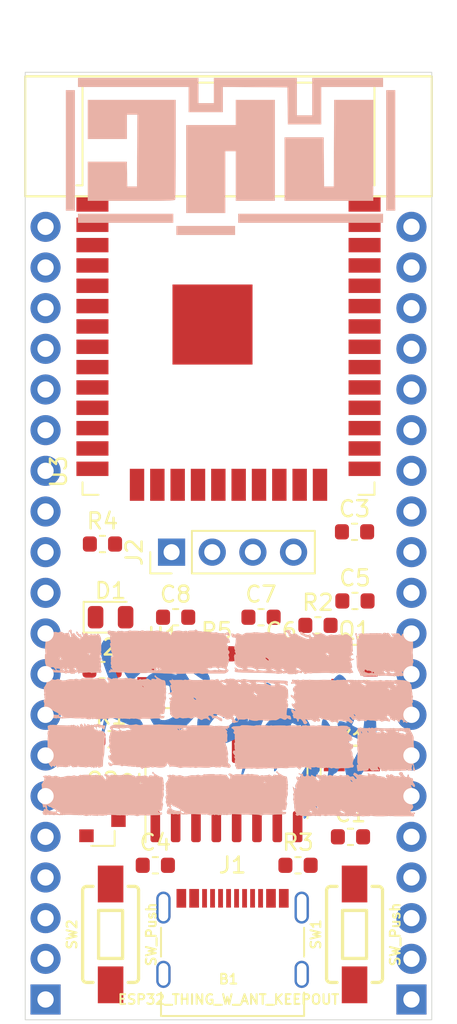
<source format=kicad_pcb>
(kicad_pcb (version 20171130) (host pcbnew 5.1.5+dfsg1-2build2)
  (layers (0 F.Cu signal) (31 B.Cu signal) (34 B.Paste user) (35 F.Paste user) (36 B.SilkS user) (37 F.SilkS user) (38 B.Mask user) (39 F.Mask user) (44 Edge.Cuts user))
  (net 0 "")
  (net 1 "Net-(B1-Pad1)")
  (net 2 "Net-(B1-Pad2)")
  (net 3 "Net-(B1-Pad3)")
  (net 4 "Net-(B1-Pad4)")
  (net 5 "Net-(B1-Pad5)")
  (net 6 "Net-(B1-Pad6)")
  (net 7 "Net-(B1-Pad7)")
  (net 8 "Net-(B1-Pad8)")
  (net 9 "Net-(B1-Pad9)")
  (net 10 "Net-(B1-Pad10)")
  (net 11 "Net-(B1-Pad11)")
  (net 12 "Net-(B1-Pad12)")
  (net 13 "Net-(B1-Pad13)")
  (net 14 "Net-(B1-Pad14)")
  (net 15 "Net-(B1-Pad15)")
  (net 16 "Net-(B1-Pad16)")
  (net 17 "Net-(B1-Pad17)")
  (net 18 "Net-(B1-Pad18)")
  (net 19 "Net-(B1-Pad19)")
  (net 20 "Net-(B1-Pad20)")
  (net 21 "Net-(B1-Pad21)")
  (net 22 "Net-(B1-Pad22)")
  (net 23 "Net-(B1-Pad23)")
  (net 24 "Net-(B1-Pad24)")
  (net 25 "Net-(B1-Pad25)")
  (net 26 "Net-(B1-Pad26)")
  (net 27 "Net-(B1-Pad27)")
  (net 28 "Net-(B1-Pad28)")
  (net 29 "Net-(B1-Pad29)")
  (net 30 "Net-(B1-Pad30)")
  (net 31 "Net-(B1-Pad31)")
  (net 32 "Net-(B1-Pad32)")
  (net 33 "Net-(B1-Pad33)")
  (net 34 "Net-(B1-Pad34)")
  (net 35 "Net-(B1-Pad35)")
  (net 36 "Net-(B1-Pad36)")
  (net 37 "Net-(B1-Pad37)")
  (net 38 "Net-(B1-Pad38)")
  (net 39 "Net-(B1-Pad39)")
  (net 40 "Net-(B1-Pad40)")
  (net 41 "Net-(Q1-Pad3)")
  (net 42 "Net-(Q1-Pad2)")
  (net 43 "Net-(Q1-Pad1)")
  (net 44 "Net-(Q2-Pad1)")
  (net 45 "Net-(Q2-Pad2)")
  (net 46 "Net-(Q2-Pad3)")
  (net 47 5V)
  (net 48 "Net-(U1-Pad2)")
  (net 49 "Net-(R1-Pad1)")
  (net 50 "Net-(U1-Pad4)")
  (net 51 "Net-(C5-Pad1)")
  (net 52 "Net-(U2-Pad1)")
  (net 53 "Net-(U2-Pad2)")
  (net 54 "Net-(U2-Pad3)")
  (net 55 +3V3)
  (net 56 D+)
  (net 57 D-)
  (net 58 "Net-(C3-Pad2)")
  (net 59 "Net-(C4-Pad1)")
  (net 60 "Net-(U2-Pad9)")
  (net 61 "Net-(U2-Pad10)")
  (net 62 "Net-(U2-Pad11)")
  (net 63 "Net-(U2-Pad12)")
  (net 64 "Net-(U2-Pad13)")
  (net 65 "Net-(U2-Pad14)")
  (net 66 "Net-(U2-Pad15)")
  (net 67 "Net-(U3-Pad1)")
  (net 68 "Net-(U3-Pad2)")
  (net 69 "Net-(U3-Pad3)")
  (net 70 "Net-(U3-Pad4)")
  (net 71 "Net-(U3-Pad5)")
  (net 72 "Net-(U3-Pad6)")
  (net 73 "Net-(U3-Pad7)")
  (net 74 "Net-(U3-Pad8)")
  (net 75 "Net-(U3-Pad9)")
  (net 76 "Net-(U3-Pad10)")
  (net 77 "Net-(U3-Pad11)")
  (net 78 "Net-(U3-Pad12)")
  (net 79 "Net-(U3-Pad13)")
  (net 80 "Net-(U3-Pad14)")
  (net 81 "Net-(U3-Pad16)")
  (net 82 "Net-(U3-Pad17)")
  (net 83 "Net-(U3-Pad18)")
  (net 84 "Net-(U3-Pad19)")
  (net 85 "Net-(U3-Pad20)")
  (net 86 "Net-(U3-Pad21)")
  (net 87 "Net-(U3-Pad22)")
  (net 88 "Net-(U3-Pad23)")
  (net 89 "Net-(U3-Pad24)")
  (net 90 "Net-(U3-Pad25)")
  (net 91 "Net-(U3-Pad26)")
  (net 92 "Net-(U3-Pad27)")
  (net 93 "Net-(U3-Pad28)")
  (net 94 "Net-(U3-Pad29)")
  (net 95 "Net-(U3-Pad30)")
  (net 96 "Net-(U3-Pad31)")
  (net 97 "Net-(U3-Pad32)")
  (net 98 "Net-(U3-Pad33)")
  (net 99 "Net-(U3-Pad34)")
  (net 100 "Net-(U3-Pad35)")
  (net 101 "Net-(U3-Pad36)")
  (net 102 "Net-(U3-Pad37)")
  (net 103 GND)
  (net 104 "Net-(C7-Pad2)")
  (net 105 "Net-(C7-Pad1)")
  (net 106 "Net-(C8-Pad1)")
  (net 107 "Net-(C8-Pad2)")
  (net 108 "Net-(D1-Pad1)")
  (net 109 "Net-(D1-Pad2)")
  (net 110 "Net-(J1-PadB8)")
  (net 111 "Net-(J1-PadA5)")
  (net 112 "Net-(J1-PadA8)")
  (net 113 "Net-(J1-PadB5)")
  (net 114 "Net-(J2-Pad1)")
  (net 115 "Net-(J2-Pad2)")
  (net 116 "Net-(J2-Pad3)")
  (net 117 "Net-(J2-Pad4)")
  (net 118 "Net-(R4-Pad1)")
  (net 119 "Net-(R5-Pad1)")
  (net 120 "Net-(SW1-Pad1)")
  (net 121 "Net-(SW1-Pad2)")
  (net 122 "Net-(SW2-Pad2)")
  (net 123 "Net-(SW2-Pad1)")
  (module lhc_logos:tijolo32_medium_mask (layer B.Cu) (at 123.444 101.346 180)
    (fp_text reference G*** hide)
    (fp_text value LOGO hide)
  )
  (module lhc_logos:tijolo32_medium_cu (layer B.Cu) (at 123.444 101.346 180)
    (fp_text reference G*** hide)
    (fp_text value LOGO hide)
    (fp_poly (pts (xy -6.833939 3.242032) (xy -6.714958 3.145872) (xy -6.592635 3.01213) (xy -6.488781 2.862509) (xy -6.464712 2.818215) (xy -6.421077 2.711856) (xy -6.361333 2.539375) (xy -6.2932 2.324223) (xy -6.224401 2.08985) (xy -6.221435 2.079306) (xy -6.147054 1.825242) (xy -6.085739 1.645333) (xy -6.030488 1.523337) (xy -5.974297 1.443014) (xy -5.929298 1.401848) (xy -5.838548 1.309324) (xy -5.824577 1.215373) (xy -5.829521 1.19403) (xy -5.922557 0.99087) (xy -6.071399 0.804812) (xy -6.215227 0.692478) (xy -6.332018 0.627605) (xy -6.403082 0.607197) (xy -6.466889 0.628878) (xy -6.535226 0.672725) (xy -6.604471 0.731042) (xy -6.665455 0.815499) (xy -6.724039 0.940005) (xy -6.786084 1.118471) (xy -6.857453 1.364809) (xy -6.910297 1.56286) (xy -6.991354 1.845915) (xy -7.072055 2.063606) (xy -7.163265 2.242323) (xy -7.235931 2.353774) (xy -7.331748 2.503964) (xy -7.399665 2.638157) (xy -7.424616 2.725099) (xy -7.388814 2.87109) (xy -7.296421 3.024394) (xy -7.169953 3.159911) (xy -7.031927 3.252544) (xy -6.927762 3.278909) (xy -6.833939 3.242032)) (layer B.Cu) (width 0.01))
    (fp_poly (pts (xy 7.592777 5.523436) (xy 7.782902 5.412542) (xy 7.820712 5.37501) (xy 7.899444 5.239595) (xy 7.957712 5.04909) (xy 7.987402 4.840029) (xy 7.981069 4.653107) (xy 7.90992 4.318634) (xy 7.79091 3.910225) (xy 7.626014 3.433385) (xy 7.417205 2.893618) (xy 7.166461 2.296431) (xy 7.002381 1.925451) (xy 6.889165 1.670117) (xy 6.792402 1.444744) (xy 6.717561 1.262679) (xy 6.670113 1.137265) (xy 6.655528 1.081847) (xy 6.656116 1.080641) (xy 6.704765 1.090048) (xy 6.821651 1.126432) (xy 6.984594 1.181789) (xy 7.171415 1.248116) (xy 7.359935 1.317411) (xy 7.527975 1.38167) (xy 7.653355 1.432891) (xy 7.711981 1.461632) (xy 7.69377 1.500292) (xy 7.626634 1.584607) (xy 7.571543 1.64609) (xy 7.395954 1.874241) (xy 7.313901 2.084396) (xy 7.324969 2.283867) (xy 7.428739 2.479966) (xy 7.518217 2.582042) (xy 7.618597 2.665463) (xy 7.713245 2.693154) (xy 7.817349 2.660122) (xy 7.946101 2.561374) (xy 8.114688 2.391916) (xy 8.122748 2.383304) (xy 8.420154 2.113327) (xy 8.729339 1.924482) (xy 9.042438 1.820841) (xy 9.246976 1.801091) (xy 9.454079 1.795057) (xy 9.581831 1.771578) (xy 9.648066 1.722592) (xy 9.670621 1.640032) (xy 9.671538 1.609129) (xy 9.624649 1.398917) (xy 9.490811 1.197354) (xy 9.376468 1.090773) (xy 9.251195 1.011453) (xy 9.110532 0.975876) (xy 8.971733 0.96956) (xy 8.78481 0.960679) (xy 8.607155 0.938563) (xy 8.548076 0.926335) (xy 8.383886 0.885387) (xy 8.201479 0.840326) (xy 8.173185 0.833382) (xy 8.047137 0.79848) (xy 7.995495 0.760062) (xy 7.997813 0.692508) (xy 8.014435 0.634458) (xy 8.049642 0.464286) (xy 8.041668 0.355725) (xy 8.000818 0.316034) (xy 7.937396 0.352468) (xy 7.861705 0.472286) (xy 7.843067 0.513764) (xy 7.79144 0.624067) (xy 7.753796 0.683458) (xy 7.744945 0.686946) (xy 7.747044 0.637599) (xy 7.76579 0.516249) (xy 7.798019 0.341342) (xy 7.839046 0.138545) (xy 7.904667 -0.181195) (xy 7.949658 -0.421039) (xy 7.97511 -0.59114) (xy 7.982108 -0.701655) (xy 7.971742 -0.76274) (xy 7.9451 -0.784549) (xy 7.938003 -0.785091) (xy 7.899278 -0.740107) (xy 7.844854 -0.6072) (xy 7.775804 -0.389442) (xy 7.6932 -0.089901) (xy 7.687822 -0.069341) (xy 7.616944 0.198915) (xy 7.563243 0.389529) (xy 7.521603 0.514789) (xy 7.486906 0.58698) (xy 7.454036 0.618386) (xy 7.417875 0.621294) (xy 7.401805 0.617366) (xy 7.291201 0.579173) (xy 7.114034 0.511522) (xy 6.891536 0.423168) (xy 6.644939 0.322866) (xy 6.395473 0.219374) (xy 6.164372 0.121446) (xy 5.972866 0.037838) (xy 5.842188 -0.022694) (xy 5.81239 -0.038102) (xy 5.632665 -0.11775) (xy 5.480039 -0.148705) (xy 5.373375 -0.129466) (xy 5.333657 -0.076206) (xy 5.331136 0.094928) (xy 5.400267 0.279224) (xy 5.546736 0.488842) (xy 5.655776 0.612341) (xy 5.855195 0.855774) (xy 6.056937 1.163367) (xy 6.265298 1.542657) (xy 6.484574 2.00118) (xy 6.609727 2.286) (xy 6.754669 2.635365) (xy 6.893605 2.990587) (xy 7.021245 3.33639) (xy 7.1323 3.657499) (xy 7.221479 3.938637) (xy 7.283493 4.16453) (xy 7.312627 4.315843) (xy 7.323906 4.46586) (xy 7.309395 4.559893) (xy 7.258715 4.633164) (xy 7.204131 4.684002) (xy 7.029436 4.784191) (xy 6.908593 4.802909) (xy 6.742266 4.794376) (xy 6.653881 4.756424) (xy 6.624366 4.670517) (xy 6.632634 4.534714) (xy 6.644577 4.407382) (xy 6.636471 4.355272) (xy 6.603167 4.362325) (xy 6.582264 4.377621) (xy 6.510461 4.468744) (xy 6.475977 4.550803) (xy 6.434324 4.636463) (xy 6.391054 4.664363) (xy 6.298034 4.641515) (xy 6.167176 4.584889) (xy 6.032383 4.51237) (xy 5.927556 4.441839) (xy 5.888147 4.399097) (xy 5.900062 4.305846) (xy 5.988593 4.171054) (xy 6.147927 4.002754) (xy 6.227959 3.929806) (xy 6.393723 3.773497) (xy 6.489405 3.651549) (xy 6.524869 3.54524) (xy 6.509979 3.435847) (xy 6.501408 3.41081) (xy 6.43426 3.274839) (xy 6.339388 3.130952) (xy 6.32289 3.109838) (xy 6.212848 2.999095) (xy 6.103226 2.952987) (xy 5.980884 2.974412) (xy 5.832682 3.066265) (xy 5.64548 3.231445) (xy 5.608488 3.267363) (xy 5.443603 3.436969) (xy 5.336258 3.57135) (xy 5.26954 3.695079) (xy 5.230551 3.816443) (xy 5.201803 4.059902) (xy 5.246045 4.300919) (xy 5.368195 4.560123) (xy 5.431906 4.661438) (xy 5.627731 4.898471) (xy 5.874029 5.107303) (xy 6.156174 5.283566) (xy 6.459544 5.42289) (xy 6.769514 5.520908) (xy 7.071459 5.573251) (xy 7.350755 5.57555) (xy 7.592777 5.523436)) (layer B.Cu) (width 0.01))
    (fp_poly (pts (xy 3.794863 4.951231) (xy 3.837902 4.875515) (xy 3.849712 4.819483) (xy 3.850656 4.760977) (xy 3.83619 4.686639) (xy 3.801771 4.583114) (xy 3.742855 4.437045) (xy 3.654898 4.235075) (xy 3.533356 3.963848) (xy 3.510555 3.913278) (xy 3.410414 3.690137) (xy 3.325519 3.498813) (xy 3.262555 3.354542) (xy 3.228206 3.272561) (xy 3.223846 3.259792) (xy 3.267147 3.261897) (xy 3.3817 3.283716) (xy 3.54448 3.320757) (xy 3.57798 3.328904) (xy 3.903883 3.390485) (xy 4.219921 3.416519) (xy 4.503714 3.407181) (xy 4.732882 3.362646) (xy 4.834905 3.319072) (xy 4.998928 3.207736) (xy 5.115618 3.080252) (xy 5.199021 2.913779) (xy 5.263185 2.685479) (xy 5.282937 2.590618) (xy 5.303277 2.371678) (xy 5.29585 2.091136) (xy 5.263742 1.775023) (xy 5.210042 1.449373) (xy 5.137837 1.140219) (xy 5.093437 0.992909) (xy 5.013908 0.786683) (xy 4.909217 0.562328) (xy 4.791916 0.342432) (xy 4.674556 0.149584) (xy 4.56969 0.006373) (xy 4.514297 -0.049299) (xy 4.465366 -0.109456) (xy 4.449138 -0.199853) (xy 4.465852 -0.338867) (xy 4.515747 -0.544875) (xy 4.520971 -0.564041) (xy 4.561629 -0.74456) (xy 4.581228 -0.90103) (xy 4.580071 -1.017242) (xy 4.558466 -1.076988) (xy 4.516717 -1.064057) (xy 4.511648 -1.058382) (xy 4.468466 -0.984127) (xy 4.406946 -0.850237) (xy 4.339849 -0.684634) (xy 4.334931 -0.671671) (xy 4.251406 -0.474779) (xy 4.18321 -0.356562) (xy 4.136629 -0.317579) (xy 4.117951 -0.358388) (xy 4.133462 -0.479547) (xy 4.181957 -0.658091) (xy 4.183668 -0.728858) (xy 4.13963 -0.742088) (xy 4.07254 -0.706142) (xy 4.005096 -0.629385) (xy 3.98077 -0.583963) (xy 3.928804 -0.489211) (xy 3.859343 -0.437838) (xy 3.739073 -0.410418) (xy 3.668217 -0.401687) (xy 3.324406 -0.322931) (xy 2.988685 -0.162395) (xy 2.653339 0.08404) (xy 2.505654 0.219065) (xy 2.232702 0.516344) (xy 2.032725 0.806571) (xy 1.908781 1.081852) (xy 1.863926 1.334291) (xy 1.901215 1.555993) (xy 1.951014 1.651942) (xy 2.067349 1.781935) (xy 2.201696 1.866053) (xy 2.326275 1.888524) (xy 2.355575 1.881638) (xy 2.40995 1.830982) (xy 2.489989 1.720708) (xy 2.578716 1.574299) (xy 2.581896 1.568581) (xy 2.771264 1.27599) (xy 2.99312 1.01357) (xy 3.235429 0.789278) (xy 3.486156 0.611075) (xy 3.733269 0.486917) (xy 3.964732 0.424764) (xy 4.168513 0.432574) (xy 4.252907 0.463484) (xy 4.342276 0.550982) (xy 4.42985 0.711054) (xy 4.509523 0.923998) (xy 4.575193 1.170113) (xy 4.620757 1.429698) (xy 4.640111 1.683052) (xy 4.640384 1.714233) (xy 4.616812 2.051171) (xy 4.544883 2.308864) (xy 4.422784 2.489279) (xy 4.248697 2.594381) (xy 4.020808 2.626134) (xy 3.818374 2.603929) (xy 3.732587 2.581913) (xy 3.6858 2.540819) (xy 3.663645 2.455633) (xy 3.652576 2.315292) (xy 3.637154 2.055091) (xy 3.525906 2.274454) (xy 3.459673 2.397319) (xy 3.40923 2.476924) (xy 3.391944 2.493818) (xy 3.38464 2.453436) (xy 3.393785 2.352381) (xy 3.400473 2.309091) (xy 3.408149 2.175978) (xy 3.378015 2.126043) (xy 3.318648 2.161174) (xy 3.243311 2.274454) (xy 3.186974 2.376698) (xy 3.15205 2.435493) (xy 3.14937 2.439055) (xy 3.102094 2.427465) (xy 2.993324 2.380763) (xy 2.84593 2.310417) (xy 2.682778 2.227894) (xy 2.526738 2.144659) (xy 2.400676 2.07218) (xy 2.344615 2.035522) (xy 2.204582 1.960911) (xy 2.06375 1.916425) (xy 1.958841 1.901912) (xy 1.914748 1.928595) (xy 1.905113 2.019269) (xy 1.905 2.053715) (xy 1.939893 2.257478) (xy 2.049903 2.466952) (xy 2.216301 2.669759) (xy 2.423057 2.926961) (xy 2.630077 3.251365) (xy 2.800046 3.573126) (xy 2.867223 3.715138) (xy 2.914395 3.819979) (xy 2.930769 3.862992) (xy 2.893953 3.842807) (xy 2.791784 3.775232) (xy 2.636678 3.668775) (xy 2.44105 3.531943) (xy 2.247168 3.394538) (xy 1.951138 3.186381) (xy 1.720392 3.031465) (xy 1.544868 2.924236) (xy 1.414509 2.859139) (xy 1.319254 2.83062) (xy 1.249044 2.833124) (xy 1.237153 2.836847) (xy 1.176767 2.90209) (xy 1.170654 3.019147) (xy 1.212027 3.16773) (xy 1.294098 3.327556) (xy 1.41008 3.478337) (xy 1.471771 3.538046) (xy 1.561273 3.608732) (xy 1.715376 3.722629) (xy 1.919166 3.869292) (xy 2.157726 4.038274) (xy 2.416143 4.219131) (xy 2.679501 4.401416) (xy 2.932883 4.574685) (xy 3.161376 4.728491) (xy 3.330339 4.839654) (xy 3.53284 4.948736) (xy 3.689394 4.986049) (xy 3.794863 4.951231)) (layer B.Cu) (width 0.01))
    (fp_poly (pts (xy -3.351414 1.161528) (xy -3.204844 1.077109) (xy -3.109553 0.95666) (xy -3.009441 0.826197) (xy -2.880191 0.706755) (xy -2.867344 0.697369) (xy -2.72111 0.573881) (xy -2.548285 0.398361) (xy -2.372995 0.197716) (xy -2.219367 -0.001143) (xy -2.153817 -0.098458) (xy -2.074791 -0.263573) (xy -2.028845 -0.466987) (xy -2.013416 -0.622573) (xy -2.005894 -0.818208) (xy -2.019741 -0.962655) (xy -2.061799 -1.096063) (xy -2.113047 -1.207124) (xy -2.221365 -1.388789) (xy -2.360854 -1.575762) (xy -2.436621 -1.660697) (xy -2.544404 -1.784074) (xy -2.61738 -1.892425) (xy -2.637693 -1.949334) (xy -2.672767 -2.016448) (xy -2.746892 -2.029263) (xy -2.808654 -1.985818) (xy -2.876064 -1.941318) (xy -2.891116 -1.939637) (xy -2.912648 -1.981683) (xy -2.917592 -2.094385) (xy -2.907191 -2.257584) (xy -2.882689 -2.451126) (xy -2.847658 -2.643909) (xy -2.847577 -2.743195) (xy -2.893065 -2.769032) (xy -2.967911 -2.713182) (xy -3.006135 -2.642795) (xy -3.061161 -2.511023) (xy -3.12177 -2.344962) (xy -3.128084 -2.326395) (xy -3.239153 -1.997334) (xy -3.529739 -1.972422) (xy -3.878533 -1.900955) (xy -4.231019 -1.75237) (xy -4.563449 -1.538193) (xy -4.74272 -1.383653) (xy -4.892 -1.231192) (xy -4.98784 -1.103372) (xy -5.051804 -0.965653) (xy -5.096855 -0.816373) (xy -5.163172 -0.500763) (xy -5.174901 -0.23536) (xy -5.130101 0.007433) (xy -5.118397 0.035516) (xy -4.54242 0.035516) (xy -4.497446 -0.202072) (xy -4.373159 -0.446981) (xy -4.183735 -0.679735) (xy -3.943354 -0.880863) (xy -3.819479 -0.957449) (xy -3.608097 -1.051828) (xy -3.371342 -1.121536) (xy -3.133361 -1.16333) (xy -2.918299 -1.173964) (xy -2.750302 -1.150196) (xy -2.673686 -1.111393) (xy -2.660302 -1.042695) (xy -2.695572 -0.92027) (xy -2.770628 -0.765042) (xy -2.876598 -0.597935) (xy -2.911216 -0.551063) (xy -3.000728 -0.445424) (xy -3.122741 -0.315874) (xy -3.258959 -0.180018) (xy -3.391084 -0.055462) (xy -3.500819 0.040187) (xy -3.569868 0.089324) (xy -3.579907 0.092363) (xy -3.586172 0.050713) (xy -3.583379 -0.056985) (xy -3.575432 -0.167555) (xy -3.572081 -0.329382) (xy -3.595403 -0.404911) (xy -3.641402 -0.395542) (xy -3.706083 -0.30267) (xy -3.785452 -0.127693) (xy -3.800516 -0.088833) (xy -3.863295 0.066873) (xy -3.918827 0.187882) (xy -3.95449 0.247175) (xy -4.016174 0.248099) (xy -4.116923 0.200847) (xy -4.143219 0.183509) (xy -4.289621 0.110401) (xy -4.416649 0.110395) (xy -4.508769 0.120621) (xy -4.540265 0.077025) (xy -4.54242 0.035516) (xy -5.118397 0.035516) (xy -5.026834 0.255212) (xy -5.020728 0.267025) (xy -4.834972 0.557549) (xy -4.609858 0.802701) (xy -4.362648 0.986533) (xy -4.13297 1.087104) (xy -3.805152 1.16521) (xy -3.548075 1.190457) (xy -3.351414 1.161528)) (layer B.Cu) (width 0.01))
    (fp_poly (pts (xy -2.360908 2.754086) (xy -2.297602 2.690572) (xy -2.232753 2.591199) (xy -2.136789 2.407275) (xy -2.010907 2.141412) (xy -1.856307 1.796226) (xy -1.674187 1.374329) (xy -1.465744 0.878335) (xy -1.456781 0.856764) (xy -1.363696 0.637146) (xy -1.286946 0.46486) (xy -1.231451 0.350195) (xy -1.202132 0.303444) (xy -1.20062 0.320853) (xy -1.220144 0.650575) (xy -1.161883 0.940188) (xy -0.582438 0.940188) (xy -0.531965 0.703719) (xy -0.403417 0.460532) (xy -0.211996 0.231365) (xy 0.027097 0.036951) (xy 0.121915 -0.020539) (xy 0.277729 -0.091228) (xy 0.47165 -0.157565) (xy 0.674337 -0.212023) (xy 0.856448 -0.247074) (xy 0.988641 -0.25519) (xy 1.017552 -0.250314) (xy 1.118638 -0.231392) (xy 1.139668 -0.230202) (xy 1.252075 -0.199421) (xy 1.288678 -0.111246) (xy 1.249652 0.033657) (xy 1.135173 0.234625) (xy 0.950285 0.484909) (xy 0.805722 0.654017) (xy 0.657904 0.807022) (xy 0.523865 0.9281) (xy 0.420642 1.001432) (xy 0.37845 1.016) (xy 0.369352 0.974558) (xy 0.36449 0.869136) (xy 0.36426 0.796636) (xy 0.356121 0.664732) (xy 0.33309 0.577849) (xy 0.3175 0.560887) (xy 0.277717 0.592304) (xy 0.220205 0.690417) (xy 0.157351 0.834056) (xy 0.156815 0.835449) (xy 0.063566 1.056003) (xy -0.012046 1.186785) (xy -0.069769 1.227416) (xy -0.093381 1.211782) (xy -0.199168 1.119025) (xy -0.338777 1.056329) (xy -0.466114 1.043899) (xy -0.473019 1.045348) (xy -0.553381 1.052445) (xy -0.581184 1.004337) (xy -0.582438 0.940188) (xy -1.161883 0.940188) (xy -1.152293 0.987856) (xy -1.003589 1.314761) (xy -0.780554 1.613354) (xy -0.701499 1.693424) (xy -0.511697 1.855466) (xy -0.326629 1.96468) (xy -0.10794 2.040199) (xy 0.076484 2.08147) (xy 0.375678 2.117294) (xy 0.60117 2.093294) (xy 0.753841 2.009302) (xy 0.804565 1.942188) (xy 0.882461 1.837591) (xy 1.004882 1.710857) (xy 1.093623 1.632532) (xy 1.284177 1.45884) (xy 1.482247 1.249406) (xy 1.662916 1.032823) (xy 1.801264 0.837682) (xy 1.83217 0.785091) (xy 1.884585 0.644777) (xy 1.925489 0.451554) (xy 1.943373 0.293785) (xy 1.95045 0.097567) (xy 1.934734 -0.04921) (xy 1.889144 -0.188261) (xy 1.845408 -0.283487) (xy 1.736078 -0.464888) (xy 1.594297 -0.6465) (xy 1.521834 -0.721931) (xy 1.410969 -0.842144) (xy 1.337239 -0.952712) (xy 1.318846 -1.010567) (xy 1.287899 -1.091285) (xy 1.212202 -1.102025) (xy 1.134044 -1.053715) (xy 1.074291 -1.017923) (xy 1.041969 -1.053673) (xy 1.036134 -1.166382) (xy 1.055842 -1.361467) (xy 1.066902 -1.438928) (xy 1.089708 -1.615892) (xy 1.100852 -1.755573) (xy 1.098716 -1.834698) (xy 1.095007 -1.843387) (xy 1.046514 -1.836107) (xy 0.980866 -1.750319) (xy 0.904616 -1.597116) (xy 0.824319 -1.387592) (xy 0.822414 -1.382014) (xy 0.717431 -1.073832) (xy 0.419773 -1.045107) (xy 0.056436 -0.966872) (xy -0.306427 -0.807386) (xy -0.649696 -0.576063) (xy -0.799207 -0.44484) (xy -0.924207 -0.332095) (xy -1.014771 -0.262967) (xy -1.057444 -0.247121) (xy -1.05772 -0.259097) (xy -1.033918 -0.341557) (xy -0.993902 -0.4879) (xy -0.94469 -0.672293) (xy -0.92215 -0.757995) (xy -0.870722 -0.967304) (xy -0.845265 -1.115817) (xy -0.843532 -1.231162) (xy -0.863273 -1.340971) (xy -0.87206 -1.373489) (xy -0.904214 -1.584068) (xy -0.903488 -1.859637) (xy -0.896823 -1.950422) (xy -0.883876 -2.150594) (xy -0.888398 -2.264174) (xy -0.910621 -2.295484) (xy -0.915369 -2.293426) (xy -0.928582 -2.319517) (xy -0.917429 -2.416432) (xy -0.884361 -2.566178) (xy -0.87151 -2.615123) (xy -0.827307 -2.800367) (xy -0.798403 -2.965415) (xy -0.790236 -3.078264) (xy -0.79108 -3.088261) (xy -0.803434 -3.151649) (xy -0.824478 -3.149859) (xy -0.864459 -3.074517) (xy -0.896867 -3.001818) (xy -0.950658 -2.868487) (xy -1.022294 -2.676819) (xy -1.100776 -2.456727) (xy -1.149544 -2.314684) (xy -1.237174 -2.071622) (xy -1.31595 -1.896251) (xy -1.397696 -1.765991) (xy -1.492313 -1.660121) (xy -1.601705 -1.543202) (xy -1.6544 -1.443302) (xy -1.669006 -1.3186) (xy -1.668617 -1.263837) (xy -1.679453 -1.073371) (xy -1.720974 -0.843221) (xy -1.795663 -0.565518) (xy -1.906005 -0.23239) (xy -1.967098 -0.069273) (xy -1.123462 -0.069273) (xy -1.099039 -0.092364) (xy -1.074616 -0.069273) (xy -1.099039 -0.046182) (xy -1.123462 -0.069273) (xy -1.967098 -0.069273) (xy -2.027638 0.092363) (xy -1.172308 0.092363) (xy -1.154436 0.054351) (xy -1.139744 0.061576) (xy -1.133898 0.116383) (xy -1.139744 0.123151) (xy -1.168783 0.116812) (xy -1.172308 0.092363) (xy -2.027638 0.092363) (xy -2.054482 0.164032) (xy -2.243579 0.631619) (xy -2.337084 0.854363) (xy -2.492891 1.216418) (xy -2.618431 1.495121) (xy -2.715584 1.694343) (xy -2.786232 1.81795) (xy -2.830475 1.868843) (xy -2.862359 1.930027) (xy -2.879899 2.046723) (xy -2.88112 2.092453) (xy -2.844958 2.297559) (xy -2.750615 2.497228) (xy -2.616858 2.658298) (xy -2.524092 2.723346) (xy -2.424321 2.766658) (xy -2.360908 2.754086)) (layer B.Cu) (width 0.01))
    (fp_poly (pts (xy -7.543639 2.227565) (xy -7.493267 2.158791) (xy -7.428555 2.019282) (xy -7.35566 1.828612) (xy -7.280734 1.606354) (xy -7.209933 1.372083) (xy -7.149412 1.145371) (xy -7.105325 0.945792) (xy -7.083827 0.792919) (xy -7.082693 0.761618) (xy -7.108219 0.624209) (xy -7.195579 0.486427) (xy -7.254356 0.420983) (xy -7.426019 0.241337) (xy -7.242144 0.303368) (xy -7.058815 0.354979) (xy -6.939602 0.359038) (xy -6.864072 0.314267) (xy -6.839059 0.278145) (xy -6.814447 0.179047) (xy -6.849174 0.047793) (xy -6.859628 0.023337) (xy -6.888905 -0.052046) (xy -6.901146 -0.124607) (xy -6.893598 -0.214287) (xy -6.863504 -0.341025) (xy -6.80811 -0.524764) (xy -6.76536 -0.658899) (xy -6.672786 -0.93531) (xy -6.562744 -1.245996) (xy -6.452739 -1.542142) (xy -6.40115 -1.674716) (xy -6.29389 -1.964954) (xy -6.231211 -2.189981) (xy -6.210378 -2.365394) (xy -6.228655 -2.506791) (xy -6.246362 -2.557455) (xy -6.251632 -2.634803) (xy -6.239455 -2.781642) (xy -6.212252 -2.977031) (xy -6.172442 -3.200027) (xy -6.171658 -3.204001) (xy -6.127703 -3.44168) (xy -6.091645 -3.666011) (xy -6.067407 -3.850575) (xy -6.058922 -3.962666) (xy -6.056924 -4.161514) (xy -5.94702 -4.048065) (xy -5.813418 -3.948022) (xy -5.674222 -3.903083) (xy -5.557252 -3.919676) (xy -5.519062 -3.949176) (xy -5.45307 -4.00269) (xy -5.334732 -4.081996) (xy -5.190419 -4.171293) (xy -5.046501 -4.254776) (xy -4.929349 -4.316642) (xy -4.865333 -4.341089) (xy -4.865084 -4.341091) (xy -4.843721 -4.303456) (xy -4.869788 -4.196554) (xy -4.938852 -4.029391) (xy -5.046481 -3.810973) (xy -5.188241 -3.550307) (xy -5.359698 -3.256397) (xy -5.552942 -2.943728) (xy -5.872085 -2.409788) (xy -6.119175 -1.924715) (xy -6.297833 -1.478969) (xy -6.411683 -1.063008) (xy -6.464347 -0.66729) (xy -6.469001 -0.531091) (xy -6.465576 -0.326135) (xy -6.445502 -0.174909) (xy -6.400271 -0.039098) (xy -6.326693 0.109718) (xy -6.233694 0.262472) (xy -6.137662 0.387604) (xy -6.070006 0.449999) (xy -5.979992 0.492217) (xy -5.913363 0.485043) (xy -5.865865 0.419388) (xy -5.833246 0.286161) (xy -5.811253 0.076274) (xy -5.799585 -0.127959) (xy -5.782204 -0.402494) (xy -5.75577 -0.614415) (xy -5.715001 -0.793404) (xy -5.654613 -0.969144) (xy -5.645958 -0.991022) (xy -5.531865 -1.246331) (xy -5.373791 -1.556835) (xy -5.183153 -1.90165) (xy -4.971367 -2.259891) (xy -4.819138 -2.503571) (xy -4.591683 -2.884192) (xy -4.40371 -3.250029) (xy -4.259678 -3.589368) (xy -4.164045 -3.890489) (xy -4.12127 -4.141677) (xy -4.130894 -4.31211) (xy -4.188955 -4.483838) (xy -4.281265 -4.676388) (xy -4.385465 -4.846115) (xy -4.43848 -4.912558) (xy -4.498254 -5.041095) (xy -4.51827 -5.253739) (xy -4.51827 -5.254464) (xy -4.529795 -5.420841) (xy -4.559892 -5.509131) (xy -4.601843 -5.515395) (xy -4.64893 -5.435698) (xy -4.676314 -5.347098) (xy -4.70285 -5.247197) (xy -4.715162 -5.219649) (xy -4.714937 -5.270649) (xy -4.703866 -5.406394) (xy -4.701065 -5.437909) (xy -4.690487 -5.597989) (xy -4.697234 -5.68618) (xy -4.724817 -5.722029) (xy -4.752918 -5.726546) (xy -4.81907 -5.681777) (xy -4.894733 -5.551366) (xy -4.935717 -5.453776) (xy -4.99859 -5.302351) (xy -5.055225 -5.214597) (xy -5.129049 -5.166183) (xy -5.243493 -5.132778) (xy -5.245217 -5.132367) (xy -5.395555 -5.080289) (xy -5.577453 -4.994159) (xy -5.764989 -4.889203) (xy -5.93224 -4.780647) (xy -6.053285 -4.683715) (xy -6.095619 -4.632873) (xy -6.12625 -4.540573) (xy -6.155091 -4.395319) (xy -6.168469 -4.294909) (xy -6.197481 -4.124132) (xy -6.248776 -3.909594) (xy -6.311874 -3.694551) (xy -6.31951 -3.671455) (xy -6.385282 -3.470637) (xy -6.445931 -3.277429) (xy -6.489895 -3.128799) (xy -6.49488 -3.110618) (xy -6.549756 -2.97142) (xy -6.6275 -2.902846) (xy -6.660298 -2.892199) (xy -6.732396 -2.850102) (xy -6.811907 -2.752626) (xy -6.901737 -2.59362) (xy -7.004793 -2.366935) (xy -7.12398 -2.066418) (xy -7.262204 -1.68592) (xy -7.350369 -1.431637) (xy -7.440303 -1.172667) (xy -7.522243 -0.943993) (xy -7.590748 -0.760228) (xy -7.640376 -0.635983) (xy -7.665118 -0.586356) (xy -7.723935 -0.587776) (xy -7.837192 -0.62704) (xy -7.978079 -0.690705) (xy -8.119787 -0.765328) (xy -8.235506 -0.837469) (xy -8.298427 -0.893685) (xy -8.303034 -0.906196) (xy -8.284203 -1.012266) (xy -8.231907 -1.17783) (xy -8.155666 -1.379442) (xy -8.064998 -1.593652) (xy -7.969423 -1.797015) (xy -7.878461 -1.966081) (xy -7.861283 -1.994318) (xy -7.72977 -2.196881) (xy -7.628293 -2.330118) (xy -7.543221 -2.407326) (xy -7.460926 -2.441804) (xy -7.396704 -2.447637) (xy -7.315111 -2.469679) (xy -7.279132 -2.543116) (xy -7.287195 -2.678912) (xy -7.334937 -2.878215) (xy -7.366613 -3.074774) (xy -7.352613 -3.304111) (xy -7.342733 -3.367245) (xy -7.318253 -3.523017) (xy -7.314218 -3.606825) (xy -7.333532 -3.637567) (xy -7.379098 -3.634141) (xy -7.383566 -3.633055) (xy -7.425019 -3.624034) (xy -7.451932 -3.62986) (xy -7.464121 -3.663772) (xy -7.461406 -3.739008) (xy -7.443604 -3.868808) (xy -7.410531 -4.066411) (xy -7.374769 -4.271818) (xy -7.337392 -4.489397) (xy -7.306734 -4.674157) (xy -7.285925 -4.806793) (xy -7.278092 -4.867998) (xy -7.278089 -4.868334) (xy -7.286388 -4.905061) (xy -7.311973 -4.864125) (xy -7.355816 -4.742708) (xy -7.418891 -4.537993) (xy -7.502168 -4.247163) (xy -7.542212 -4.102974) (xy -7.618703 -3.827227) (xy -7.676965 -3.626965) (xy -7.723405 -3.488294) (xy -7.764434 -3.39732) (xy -7.80646 -3.340151) (xy -7.855892 -3.302894) (xy -7.919138 -3.271654) (xy -7.927423 -3.267893) (xy -8.123049 -3.13577) (xy -8.320613 -2.919924) (xy -8.514725 -2.628735) (xy -8.69999 -2.270584) (xy -8.871016 -1.853851) (xy -8.912377 -1.737255) (xy -8.987655 -1.526138) (xy -9.044488 -1.389983) (xy -9.090716 -1.314796) (xy -9.13418 -1.28658) (xy -9.164722 -1.286809) (xy -9.273015 -1.299406) (xy -9.422037 -1.308834) (xy -9.450663 -1.3099) (xy -9.583802 -1.304273) (xy -9.647309 -1.269615) (xy -9.662585 -1.231711) (xy -9.662595 -1.093321) (xy -9.600907 -0.938601) (xy -9.46995 -0.750377) (xy -9.427558 -0.698531) (xy -9.231924 -0.464536) (xy -9.231924 -0.022966) (xy -9.219918 0.278201) (xy -9.179605 0.510299) (xy -9.104545 0.694279) (xy -8.988296 0.85109) (xy -8.95154 0.889) (xy -8.851374 0.9592) (xy -8.731946 1.006284) (xy -8.62332 1.023399) (xy -8.555563 1.00369) (xy -8.546433 0.981363) (xy -8.537143 0.85147) (xy -8.520298 0.671051) (xy -8.498709 0.465091) (xy -8.475188 0.258578) (xy -8.452548 0.076498) (xy -8.433601 -0.056164) (xy -8.423991 -0.106439) (xy -8.392297 -0.22583) (xy -8.035021 -0.058688) (xy -7.860081 0.025127) (xy -7.759171 0.082403) (xy -7.717987 0.126055) (xy -7.722227 0.168996) (xy -7.743716 0.204318) (xy -7.787177 0.293246) (xy -7.843259 0.443082) (xy -7.901397 0.625011) (xy -7.91431 0.669636) (xy -7.9791 0.893448) (xy -8.049619 1.129396) (xy -8.110925 1.32751) (xy -8.112544 1.332592) (xy -8.178724 1.564242) (xy -8.202973 1.734204) (xy -8.182348 1.865477) (xy -8.113909 1.981062) (xy -8.016516 2.083615) (xy -7.84006 2.21511) (xy -7.679847 2.263846) (xy -7.543639 2.227565)) (layer B.Cu) (width 0.01))
  )
  (module lhc_logos:brick_wall_medium (layer B.Cu) (at 123.444 101.092 180)
    (fp_text reference G*** hide)
    (fp_text value LOGO hide)
  )
  (module lhc_logos:lhc_logo_alt_xlarge (layer B.Cu) (at 123.698 65.532 180)
    (fp_text reference G*** hide)
    (fp_text value LOGO hide)
  )
  (module Boards:ESP32_THING (layer F.Cu) (at 110.744 119.634)
    (fp_text reference B1 (at 12.7 -2.54) (layer F.SilkS) (effects (font (size 0.6096 0.6096) (thickness 0.127))))
    (fp_text value ESP32_THING_W_ANT_KEEPOUT (at 12.7 -1.27) (layer F.SilkS) (effects (font (size 0.6096 0.6096) (thickness 0.127))))
    (pad 1 thru_hole rect (at 1.27 -1.27) (size 1.8796 1.8796) (drill 1.016) (layers *.Cu *.Mask) (net 1 "Net-(B1-Pad1)"))
    (pad 2 thru_hole circle (at 1.27 -3.81) (size 1.8796 1.8796) (drill 1.016) (layers *.Cu *.Mask) (net 2 "Net-(B1-Pad2)"))
    (pad 3 thru_hole circle (at 1.27 -6.35) (size 1.8796 1.8796) (drill 1.016) (layers *.Cu *.Mask) (net 3 "Net-(B1-Pad3)"))
    (pad 4 thru_hole circle (at 1.27 -8.89) (size 1.8796 1.8796) (drill 1.016) (layers *.Cu *.Mask) (net 4 "Net-(B1-Pad4)"))
    (pad 5 thru_hole circle (at 1.27 -11.43) (size 1.8796 1.8796) (drill 1.016) (layers *.Cu *.Mask) (net 5 "Net-(B1-Pad5)"))
    (pad 6 thru_hole circle (at 1.27 -13.97) (size 1.8796 1.8796) (drill 1.016) (layers *.Cu *.Mask) (net 6 "Net-(B1-Pad6)"))
    (pad 7 thru_hole circle (at 1.27 -16.51) (size 1.8796 1.8796) (drill 1.016) (layers *.Cu *.Mask) (net 7 "Net-(B1-Pad7)"))
    (pad 8 thru_hole circle (at 1.27 -19.05) (size 1.8796 1.8796) (drill 1.016) (layers *.Cu *.Mask) (net 8 "Net-(B1-Pad8)"))
    (pad 9 thru_hole circle (at 1.27 -21.59) (size 1.8796 1.8796) (drill 1.016) (layers *.Cu *.Mask) (net 9 "Net-(B1-Pad9)"))
    (pad 10 thru_hole circle (at 1.27 -24.13) (size 1.8796 1.8796) (drill 1.016) (layers *.Cu *.Mask) (net 10 "Net-(B1-Pad10)"))
    (pad 11 thru_hole circle (at 1.27 -26.67) (size 1.8796 1.8796) (drill 1.016) (layers *.Cu *.Mask) (net 11 "Net-(B1-Pad11)"))
    (pad 12 thru_hole circle (at 1.27 -29.21) (size 1.8796 1.8796) (drill 1.016) (layers *.Cu *.Mask) (net 12 "Net-(B1-Pad12)"))
    (pad 13 thru_hole circle (at 1.27 -31.75) (size 1.8796 1.8796) (drill 1.016) (layers *.Cu *.Mask) (net 13 "Net-(B1-Pad13)"))
    (pad 14 thru_hole circle (at 1.27 -34.29) (size 1.8796 1.8796) (drill 1.016) (layers *.Cu *.Mask) (net 14 "Net-(B1-Pad14)"))
    (pad 15 thru_hole circle (at 1.27 -36.83) (size 1.8796 1.8796) (drill 1.016) (layers *.Cu *.Mask) (net 15 "Net-(B1-Pad15)"))
    (pad 16 thru_hole circle (at 1.27 -39.37) (size 1.8796 1.8796) (drill 1.016) (layers *.Cu *.Mask) (net 16 "Net-(B1-Pad16)"))
    (pad 17 thru_hole circle (at 1.27 -41.91) (size 1.8796 1.8796) (drill 1.016) (layers *.Cu *.Mask) (net 17 "Net-(B1-Pad17)"))
    (pad 18 thru_hole circle (at 1.27 -44.45) (size 1.8796 1.8796) (drill 1.016) (layers *.Cu *.Mask) (net 18 "Net-(B1-Pad18)"))
    (pad 19 thru_hole circle (at 1.27 -46.99) (size 1.8796 1.8796) (drill 1.016) (layers *.Cu *.Mask) (net 19 "Net-(B1-Pad19)"))
    (pad 20 thru_hole circle (at 1.27 -49.53) (size 1.8796 1.8796) (drill 1.016) (layers *.Cu *.Mask) (net 20 "Net-(B1-Pad20)"))
    (pad 21 thru_hole circle (at 24.13 -49.53) (size 1.8796 1.8796) (drill 1.016) (layers *.Cu *.Mask) (net 21 "Net-(B1-Pad21)"))
    (pad 22 thru_hole circle (at 24.13 -46.99) (size 1.8796 1.8796) (drill 1.016) (layers *.Cu *.Mask) (net 22 "Net-(B1-Pad22)"))
    (pad 23 thru_hole circle (at 24.13 -44.45) (size 1.8796 1.8796) (drill 1.016) (layers *.Cu *.Mask) (net 23 "Net-(B1-Pad23)"))
    (pad 24 thru_hole circle (at 24.13 -41.91) (size 1.8796 1.8796) (drill 1.016) (layers *.Cu *.Mask) (net 24 "Net-(B1-Pad24)"))
    (pad 25 thru_hole circle (at 24.13 -39.37) (size 1.8796 1.8796) (drill 1.016) (layers *.Cu *.Mask) (net 25 "Net-(B1-Pad25)"))
    (pad 26 thru_hole circle (at 24.13 -36.83) (size 1.8796 1.8796) (drill 1.016) (layers *.Cu *.Mask) (net 26 "Net-(B1-Pad26)"))
    (pad 27 thru_hole circle (at 24.13 -34.29) (size 1.8796 1.8796) (drill 1.016) (layers *.Cu *.Mask) (net 27 "Net-(B1-Pad27)"))
    (pad 28 thru_hole circle (at 24.13 -31.75) (size 1.8796 1.8796) (drill 1.016) (layers *.Cu *.Mask) (net 28 "Net-(B1-Pad28)"))
    (pad 29 thru_hole circle (at 24.13 -29.21) (size 1.8796 1.8796) (drill 1.016) (layers *.Cu *.Mask) (net 29 "Net-(B1-Pad29)"))
    (pad 30 thru_hole circle (at 24.13 -26.67) (size 1.8796 1.8796) (drill 1.016) (layers *.Cu *.Mask) (net 30 "Net-(B1-Pad30)"))
    (pad 31 thru_hole circle (at 24.13 -24.13) (size 1.8796 1.8796) (drill 1.016) (layers *.Cu *.Mask) (net 31 "Net-(B1-Pad31)"))
    (pad 32 thru_hole circle (at 24.13 -21.59) (size 1.8796 1.8796) (drill 1.016) (layers *.Cu *.Mask) (net 32 "Net-(B1-Pad32)"))
    (pad 33 thru_hole circle (at 24.13 -19.05) (size 1.8796 1.8796) (drill 1.016) (layers *.Cu *.Mask) (net 33 "Net-(B1-Pad33)"))
    (pad 34 thru_hole circle (at 24.13 -16.51) (size 1.8796 1.8796) (drill 1.016) (layers *.Cu *.Mask) (net 34 "Net-(B1-Pad34)"))
    (pad 35 thru_hole circle (at 24.13 -13.97) (size 1.8796 1.8796) (drill 1.016) (layers *.Cu *.Mask) (net 35 "Net-(B1-Pad35)"))
    (pad 36 thru_hole circle (at 24.13 -11.43) (size 1.8796 1.8796) (drill 1.016) (layers *.Cu *.Mask) (net 36 "Net-(B1-Pad36)"))
    (pad 37 thru_hole circle (at 24.13 -8.89) (size 1.8796 1.8796) (drill 1.016) (layers *.Cu *.Mask) (net 37 "Net-(B1-Pad37)"))
    (pad 38 thru_hole circle (at 24.13 -6.35) (size 1.8796 1.8796) (drill 1.016) (layers *.Cu *.Mask) (net 38 "Net-(B1-Pad38)"))
    (pad 39 thru_hole circle (at 24.13 -3.81) (size 1.8796 1.8796) (drill 1.016) (layers *.Cu *.Mask) (net 39 "Net-(B1-Pad39)"))
    (pad 40 thru_hole rect (at 24.13 -1.27) (size 1.8796 1.8796) (drill 1.016) (layers *.Cu *.Mask) (net 40 "Net-(B1-Pad40)"))
  )
  (module Capacitor_SMD:C_0603_1608Metric (layer F.Cu) (at 131.064 108.204)
    (fp_text reference C1 (at 0 -1.43) (layer F.SilkS))
    (fp_text value C_Small)
    (pad 1 smd roundrect (at -0.7875 0) (size 0.875 0.95) (layers F.Cu F.Paste F.Mask) (net 47 5V))
    (pad 2 smd roundrect (at 0.7875 0) (size 0.875 0.95) (layers F.Cu F.Paste F.Mask) (net 103 GND))
  )
  (module Capacitor_SMD:C_0603_1608Metric (layer F.Cu) (at 115.5445 97.79)
    (fp_text reference C2 (at 0 -1.43) (layer F.SilkS))
    (fp_text value C_Small)
    (pad 2 smd roundrect (at 0.7875 0) (size 0.875 0.95) (layers F.Cu F.Paste F.Mask) (net 103 GND))
    (pad 1 smd roundrect (at -0.7875 0) (size 0.875 0.95) (layers F.Cu F.Paste F.Mask) (net 47 5V))
  )
  (module Capacitor_SMD:C_0603_1608Metric (layer F.Cu) (at 131.318 89.154)
    (fp_text reference C3 (at 0 -1.43) (layer F.SilkS))
    (fp_text value C_Small)
    (pad 1 smd roundrect (at -0.7875 0) (size 0.875 0.95) (layers F.Cu F.Paste F.Mask) (net 103 GND))
    (pad 2 smd roundrect (at 0.7875 0) (size 0.875 0.95) (layers F.Cu F.Paste F.Mask) (net 58 "Net-(C3-Pad2)"))
  )
  (module Capacitor_SMD:C_0603_1608Metric (layer F.Cu) (at 118.872 109.982)
    (fp_text reference C4 (at 0 -1.43) (layer F.SilkS))
    (fp_text value C_Small)
    (pad 1 smd roundrect (at -0.7875 0) (size 0.875 0.95) (layers F.Cu F.Paste F.Mask) (net 59 "Net-(C4-Pad1)"))
    (pad 2 smd roundrect (at 0.7875 0) (size 0.875 0.95) (layers F.Cu F.Paste F.Mask) (net 103 GND))
  )
  (module Capacitor_SMD:C_0603_1608Metric (layer F.Cu) (at 131.3435 93.472)
    (fp_text reference C5 (at 0 -1.43) (layer F.SilkS))
    (fp_text value C_Small)
    (pad 2 smd roundrect (at 0.7875 0) (size 0.875 0.95) (layers F.Cu F.Paste F.Mask) (net 103 GND))
    (pad 1 smd roundrect (at -0.7875 0) (size 0.875 0.95) (layers F.Cu F.Paste F.Mask) (net 51 "Net-(C5-Pad1)"))
  )
  (module Capacitor_SMD:C_0603_1608Metric (layer F.Cu) (at 126.746 96.774)
    (fp_text reference C6 (at 0 -1.43) (layer F.SilkS))
    (fp_text value C_Small)
    (pad 2 smd roundrect (at 0.7875 0) (size 0.875 0.95) (layers F.Cu F.Paste F.Mask) (net 103 GND))
    (pad 1 smd roundrect (at -0.7875 0) (size 0.875 0.95) (layers F.Cu F.Paste F.Mask) (net 51 "Net-(C5-Pad1)"))
  )
  (module Capacitor_SMD:C_0603_1608Metric (layer F.Cu) (at 125.476 94.488)
    (fp_text reference C7 (at 0 -1.43) (layer F.SilkS))
    (fp_text value C_Small)
    (pad 2 smd roundrect (at 0.7875 0) (size 0.875 0.95) (layers F.Cu F.Paste F.Mask) (net 104 "Net-(C7-Pad2)"))
    (pad 1 smd roundrect (at -0.7875 0) (size 0.875 0.95) (layers F.Cu F.Paste F.Mask) (net 105 "Net-(C7-Pad1)"))
  )
  (module Capacitor_SMD:C_0603_1608Metric (layer F.Cu) (at 120.142 94.488)
    (fp_text reference C8 (at 0 -1.43) (layer F.SilkS))
    (fp_text value C_Small)
    (pad 1 smd roundrect (at -0.7875 0) (size 0.875 0.95) (layers F.Cu F.Paste F.Mask) (net 106 "Net-(C8-Pad1)"))
    (pad 2 smd roundrect (at 0.7875 0) (size 0.875 0.95) (layers F.Cu F.Paste F.Mask) (net 107 "Net-(C8-Pad2)"))
  )
  (module LED_SMD:LED_0805_2012Metric (layer F.Cu) (at 116.078 94.488)
    (fp_text reference D1 (at 0 -1.65) (layer F.SilkS))
    (fp_text value LED)
    (pad 1 smd roundrect (at -0.9375 0) (size 0.975 1.4) (layers F.Cu F.Paste F.Mask) (net 108 "Net-(D1-Pad1)"))
    (pad 2 smd roundrect (at 0.9375 0) (size 0.975 1.4) (layers F.Cu F.Paste F.Mask) (net 109 "Net-(D1-Pad2)"))
  )
  (module Connector_USB:USB_C_Receptacle_Palconn_UTC16-G (layer F.Cu) (at 123.698 114.554)
    (fp_text reference J1 (at 0 -4.58) (layer F.SilkS))
    (fp_text value USB_C_Receptacle_USB2.0)
    (pad S1 thru_hole oval (at -4.32 -1.93 90) (size 2 0.9) (drill oval 1.7 0.6) (layers *.Cu *.Mask) (net 103 GND))
    (pad S1 thru_hole oval (at 4.32 -1.93 90) (size 2 0.9) (drill oval 1.7 0.6) (layers *.Cu *.Mask) (net 103 GND))
    (pad S1 thru_hole oval (at -4.32 2.24 90) (size 1.7 0.9) (drill oval 1.4 0.6) (layers *.Cu *.Mask) (net 103 GND))
    (pad S1 thru_hole oval (at 4.32 2.24 90) (size 1.7 0.9) (drill oval 1.4 0.6) (layers *.Cu *.Mask) (net 103 GND))
    (pad B7 smd rect (at -0.75 -2.51 180) (size 0.3 1.16) (layers F.Cu F.Paste F.Mask) (net 57 D-))
    (pad A6 smd rect (at -0.25 -2.51 180) (size 0.3 1.16) (layers F.Cu F.Paste F.Mask) (net 56 D+))
    (pad A7 smd rect (at 0.25 -2.51 180) (size 0.3 1.16) (layers F.Cu F.Paste F.Mask) (net 57 D-))
    (pad B8 smd rect (at -1.75 -2.51 180) (size 0.3 1.16) (layers F.Cu F.Paste F.Mask) (net 110 "Net-(J1-PadB8)"))
    (pad A5 smd rect (at -1.25 -2.51 180) (size 0.3 1.16) (layers F.Cu F.Paste F.Mask) (net 111 "Net-(J1-PadA5)"))
    (pad A8 smd rect (at 1.25 -2.51 180) (size 0.3 1.16) (layers F.Cu F.Paste F.Mask) (net 112 "Net-(J1-PadA8)"))
    (pad B6 smd rect (at 0.75 -2.51 180) (size 0.3 1.16) (layers F.Cu F.Paste F.Mask) (net 56 D+))
    (pad B5 smd rect (at 1.75 -2.51 180) (size 0.3 1.16) (layers F.Cu F.Paste F.Mask) (net 113 "Net-(J1-PadB5)"))
    (pad "" np_thru_hole circle (at 2.89 -1.45 180) (size 0.6 0.6) (drill 0.6) (layers *.Cu *.Mask))
    (pad "" np_thru_hole circle (at -2.89 -1.45 180) (size 0.6 0.6) (drill 0.6) (layers *.Cu *.Mask))
    (pad A4 smd rect (at -2.4 -2.51) (size 0.6 1.16) (layers F.Cu F.Paste F.Mask) (net 47 5V))
    (pad B9 smd rect (at -2.4 -2.51) (size 0.6 1.16) (layers F.Cu F.Paste F.Mask) (net 47 5V))
    (pad A1 smd rect (at -3.2 -2.51) (size 0.6 1.16) (layers F.Cu F.Paste F.Mask) (net 103 GND))
    (pad B12 smd rect (at -3.2 -2.51) (size 0.6 1.16) (layers F.Cu F.Paste F.Mask) (net 103 GND))
    (pad B4 smd rect (at 2.4 -2.51) (size 0.6 1.16) (layers F.Cu F.Paste F.Mask) (net 47 5V))
    (pad B1 smd rect (at 3.2 -2.51) (size 0.6 1.16) (layers F.Cu F.Paste F.Mask) (net 103 GND))
    (pad A9 smd rect (at 2.4 -2.51) (size 0.6 1.16) (layers F.Cu F.Paste F.Mask) (net 47 5V))
    (pad A12 smd rect (at 3.2 -2.51) (size 0.6 1.16) (layers F.Cu F.Paste F.Mask) (net 103 GND))
  )
  (module Connector_PinHeader_2.54mm:PinHeader_1x04_P2.54mm_Vertical (layer F.Cu) (at 119.888 90.424 90)
    (fp_text reference J2 (at 0 -2.33 90) (layer F.SilkS))
    (fp_text value Conn_01x04_Female)
    (pad 1 thru_hole rect (at 0 0 90) (size 1.7 1.7) (drill 1) (layers *.Cu *.Mask) (net 114 "Net-(J2-Pad1)"))
    (pad 2 thru_hole oval (at 0 2.54 90) (size 1.7 1.7) (drill 1) (layers *.Cu *.Mask) (net 115 "Net-(J2-Pad2)"))
    (pad 3 thru_hole oval (at 0 5.08 90) (size 1.7 1.7) (drill 1) (layers *.Cu *.Mask) (net 116 "Net-(J2-Pad3)"))
    (pad 4 thru_hole oval (at 0 7.62 90) (size 1.7 1.7) (drill 1) (layers *.Cu *.Mask) (net 117 "Net-(J2-Pad4)"))
  )
  (module Package_TO_SOT_SMD:SOT-23 (layer F.Cu) (at 131.318 97.79)
    (fp_text reference Q1 (at 0 -2.5) (layer F.SilkS))
    (fp_text value MMBT3904)
    (pad 3 smd rect (at 1 0) (size 0.9 0.8) (layers F.Cu F.Paste F.Mask) (net 41 "Net-(Q1-Pad3)"))
    (pad 2 smd rect (at -1 0.95) (size 0.9 0.8) (layers F.Cu F.Paste F.Mask) (net 42 "Net-(Q1-Pad2)"))
    (pad 1 smd rect (at -1 -0.95) (size 0.9 0.8) (layers F.Cu F.Paste F.Mask) (net 43 "Net-(Q1-Pad1)"))
  )
  (module Package_TO_SOT_SMD:SOT-23 (layer F.Cu) (at 115.57 107.188)
    (fp_text reference Q2 (at 0 -2.5) (layer F.SilkS))
    (fp_text value MMBT3904)
    (pad 1 smd rect (at -1 -0.95) (size 0.9 0.8) (layers F.Cu F.Paste F.Mask) (net 44 "Net-(Q2-Pad1)"))
    (pad 2 smd rect (at -1 0.95) (size 0.9 0.8) (layers F.Cu F.Paste F.Mask) (net 45 "Net-(Q2-Pad2)"))
    (pad 3 smd rect (at 1 0) (size 0.9 0.8) (layers F.Cu F.Paste F.Mask) (net 46 "Net-(Q2-Pad3)"))
  )
  (module Resistor_SMD:R_0603_1608Metric (layer F.Cu) (at 116.1035 102.108)
    (fp_text reference R1 (at 0 -1.43) (layer F.SilkS))
    (fp_text value 10kR)
    (pad 1 smd roundrect (at -0.7875 0) (size 0.875 0.95) (layers F.Cu F.Paste F.Mask) (net 49 "Net-(R1-Pad1)"))
    (pad 2 smd roundrect (at 0.7875 0) (size 0.875 0.95) (layers F.Cu F.Paste F.Mask) (net 47 5V))
  )
  (module Resistor_SMD:R_0603_1608Metric (layer F.Cu) (at 129.032 94.996)
    (fp_text reference R2 (at 0 -1.43) (layer F.SilkS))
    (fp_text value 5k1R)
    (pad 1 smd roundrect (at -0.7875 0) (size 0.875 0.95) (layers F.Cu F.Paste F.Mask) (net 103 GND))
    (pad 2 smd roundrect (at 0.7875 0) (size 0.875 0.95) (layers F.Cu F.Paste F.Mask) (net 111 "Net-(J1-PadA5)"))
  )
  (module Resistor_SMD:R_0603_1608Metric (layer F.Cu) (at 127.7875 109.982)
    (fp_text reference R3 (at 0 -1.43) (layer F.SilkS))
    (fp_text value 5k1R)
    (pad 2 smd roundrect (at 0.7875 0) (size 0.875 0.95) (layers F.Cu F.Paste F.Mask) (net 113 "Net-(J1-PadB5)"))
    (pad 1 smd roundrect (at -0.7875 0) (size 0.875 0.95) (layers F.Cu F.Paste F.Mask) (net 103 GND))
  )
  (module Resistor_SMD:R_0603_1608Metric (layer F.Cu) (at 115.57 89.916)
    (fp_text reference R4 (at 0 -1.43) (layer F.SilkS))
    (fp_text value 10kR)
    (pad 1 smd roundrect (at -0.7875 0) (size 0.875 0.95) (layers F.Cu F.Paste F.Mask) (net 118 "Net-(R4-Pad1)"))
    (pad 2 smd roundrect (at 0.7875 0) (size 0.875 0.95) (layers F.Cu F.Paste F.Mask) (net 43 "Net-(Q1-Pad1)"))
  )
  (module Resistor_SMD:R_0603_1608Metric (layer F.Cu) (at 122.7075 96.774)
    (fp_text reference R5 (at 0 -1.43) (layer F.SilkS))
    (fp_text value 10kR)
    (pad 2 smd roundrect (at 0.7875 0) (size 0.875 0.95) (layers F.Cu F.Paste F.Mask) (net 44 "Net-(Q2-Pad1)"))
    (pad 1 smd roundrect (at -0.7875 0) (size 0.875 0.95) (layers F.Cu F.Paste F.Mask) (net 119 "Net-(R5-Pad1)"))
  )
  (module Switches:TACTILE_SWITCH_SMD_6.0X3.5MM (layer F.Cu) (at 131.318 114.3 90)
    (fp_text reference SW1 (at 0 -2.413 90) (layer F.SilkS) (effects (font (size 0.6096 0.6096) (thickness 0.127))))
    (fp_text value SW_Push (at 0 2.54 90) (layer F.SilkS) (effects (font (size 0.6096 0.6096) (thickness 0.127))))
    (pad 1 smd rect (at -3.1496 0 270) (size 2.2987 1.59766) (layers F.Cu F.Paste F.Mask) (net 120 "Net-(SW1-Pad1)"))
    (pad 2 smd rect (at 3.1496 0 270) (size 2.2987 1.59766) (layers F.Cu F.Paste F.Mask) (net 121 "Net-(SW1-Pad2)"))
  )
  (module Switches:TACTILE_SWITCH_SMD_6.0X3.5MM (layer F.Cu) (at 116.078 114.3 90)
    (fp_text reference SW2 (at 0 -2.413 90) (layer F.SilkS) (effects (font (size 0.6096 0.6096) (thickness 0.127))))
    (fp_text value SW_Push (at 0 2.54 90) (layer F.SilkS) (effects (font (size 0.6096 0.6096) (thickness 0.127))))
    (pad 2 smd rect (at 3.1496 0 270) (size 2.2987 1.59766) (layers F.Cu F.Paste F.Mask) (net 122 "Net-(SW2-Pad2)"))
    (pad 1 smd rect (at -3.1496 0 270) (size 2.2987 1.59766) (layers F.Cu F.Paste F.Mask) (net 123 "Net-(SW2-Pad1)"))
  )
  (module Package_TO_SOT_SMD:SOT-23-5 (layer F.Cu) (at 119.38 98.552)
    (fp_text reference U1 (at 0 -2.9) (layer F.SilkS))
    (fp_text value TLV75733PDBV)
    (pad 1 smd rect (at -1.1 -0.95) (size 1.06 0.65) (layers F.Cu F.Paste F.Mask) (net 47 5V))
    (pad 2 smd rect (at -1.1 0) (size 1.06 0.65) (layers F.Cu F.Paste F.Mask) (net 48 "Net-(U1-Pad2)"))
    (pad 3 smd rect (at -1.1 0.95) (size 1.06 0.65) (layers F.Cu F.Paste F.Mask) (net 49 "Net-(R1-Pad1)"))
    (pad 4 smd rect (at 1.1 0.95) (size 1.06 0.65) (layers F.Cu F.Paste F.Mask) (net 50 "Net-(U1-Pad4)"))
    (pad 5 smd rect (at 1.1 -0.95) (size 1.06 0.65) (layers F.Cu F.Paste F.Mask) (net 51 "Net-(C5-Pad1)"))
  )
  (module Package_SO:SOIC-16_3.9x9.9mm_P1.27mm (layer F.Cu) (at 123.317 105.091 90)
    (fp_text reference U2 (at 0 -5.9 90) (layer F.SilkS))
    (fp_text value CH340G)
    (pad 1 smd roundrect (at -2.475 -4.445 90) (size 1.95 0.6) (layers F.Cu F.Paste F.Mask) (net 52 "Net-(U2-Pad1)"))
    (pad 2 smd roundrect (at -2.475 -3.175 90) (size 1.95 0.6) (layers F.Cu F.Paste F.Mask) (net 53 "Net-(U2-Pad2)"))
    (pad 3 smd roundrect (at -2.475 -1.905 90) (size 1.95 0.6) (layers F.Cu F.Paste F.Mask) (net 54 "Net-(U2-Pad3)"))
    (pad 4 smd roundrect (at -2.475 -0.635 90) (size 1.95 0.6) (layers F.Cu F.Paste F.Mask) (net 55 +3V3))
    (pad 5 smd roundrect (at -2.475 0.635 90) (size 1.95 0.6) (layers F.Cu F.Paste F.Mask) (net 56 D+))
    (pad 6 smd roundrect (at -2.475 1.905 90) (size 1.95 0.6) (layers F.Cu F.Paste F.Mask) (net 57 D-))
    (pad 7 smd roundrect (at -2.475 3.175 90) (size 1.95 0.6) (layers F.Cu F.Paste F.Mask) (net 58 "Net-(C3-Pad2)"))
    (pad 8 smd roundrect (at -2.475 4.445 90) (size 1.95 0.6) (layers F.Cu F.Paste F.Mask) (net 59 "Net-(C4-Pad1)"))
    (pad 9 smd roundrect (at 2.475 4.445 90) (size 1.95 0.6) (layers F.Cu F.Paste F.Mask) (net 60 "Net-(U2-Pad9)"))
    (pad 10 smd roundrect (at 2.475 3.175 90) (size 1.95 0.6) (layers F.Cu F.Paste F.Mask) (net 61 "Net-(U2-Pad10)"))
    (pad 11 smd roundrect (at 2.475 1.905 90) (size 1.95 0.6) (layers F.Cu F.Paste F.Mask) (net 62 "Net-(U2-Pad11)"))
    (pad 12 smd roundrect (at 2.475 0.635 90) (size 1.95 0.6) (layers F.Cu F.Paste F.Mask) (net 63 "Net-(U2-Pad12)"))
    (pad 13 smd roundrect (at 2.475 -0.635 90) (size 1.95 0.6) (layers F.Cu F.Paste F.Mask) (net 64 "Net-(U2-Pad13)"))
    (pad 14 smd roundrect (at 2.475 -1.905 90) (size 1.95 0.6) (layers F.Cu F.Paste F.Mask) (net 65 "Net-(U2-Pad14)"))
    (pad 15 smd roundrect (at 2.475 -3.175 90) (size 1.95 0.6) (layers F.Cu F.Paste F.Mask) (net 66 "Net-(U2-Pad15)"))
    (pad 16 smd roundrect (at 2.475 -4.445 90) (size 1.95 0.6) (layers F.Cu F.Paste F.Mask) (net 55 +3V3))
  )
  (module RF_Module:ESP32-WROOM-32 (layer F.Cu) (at 123.444 76.962)
    (fp_text reference U3 (at -10.61 8.43 90) (layer F.SilkS))
    (fp_text value ESP32-WROOM-32D)
    (pad 39 smd rect (at -1 -0.755) (size 5 5) (layers F.Cu F.Paste F.Mask) (net 67 "Net-(U3-Pad1)"))
    (pad 1 smd rect (at -8.5 -8.255) (size 2 0.9) (layers F.Cu F.Paste F.Mask) (net 67 "Net-(U3-Pad1)"))
    (pad 2 smd rect (at -8.5 -6.985) (size 2 0.9) (layers F.Cu F.Paste F.Mask) (net 68 "Net-(U3-Pad2)"))
    (pad 3 smd rect (at -8.5 -5.715) (size 2 0.9) (layers F.Cu F.Paste F.Mask) (net 69 "Net-(U3-Pad3)"))
    (pad 4 smd rect (at -8.5 -4.445) (size 2 0.9) (layers F.Cu F.Paste F.Mask) (net 70 "Net-(U3-Pad4)"))
    (pad 5 smd rect (at -8.5 -3.175) (size 2 0.9) (layers F.Cu F.Paste F.Mask) (net 71 "Net-(U3-Pad5)"))
    (pad 6 smd rect (at -8.5 -1.905) (size 2 0.9) (layers F.Cu F.Paste F.Mask) (net 72 "Net-(U3-Pad6)"))
    (pad 7 smd rect (at -8.5 -0.635) (size 2 0.9) (layers F.Cu F.Paste F.Mask) (net 73 "Net-(U3-Pad7)"))
    (pad 8 smd rect (at -8.5 0.635) (size 2 0.9) (layers F.Cu F.Paste F.Mask) (net 74 "Net-(U3-Pad8)"))
    (pad 9 smd rect (at -8.5 1.905) (size 2 0.9) (layers F.Cu F.Paste F.Mask) (net 75 "Net-(U3-Pad9)"))
    (pad 10 smd rect (at -8.5 3.175) (size 2 0.9) (layers F.Cu F.Paste F.Mask) (net 76 "Net-(U3-Pad10)"))
    (pad 11 smd rect (at -8.5 4.445) (size 2 0.9) (layers F.Cu F.Paste F.Mask) (net 77 "Net-(U3-Pad11)"))
    (pad 12 smd rect (at -8.5 5.715) (size 2 0.9) (layers F.Cu F.Paste F.Mask) (net 78 "Net-(U3-Pad12)"))
    (pad 13 smd rect (at -8.5 6.985) (size 2 0.9) (layers F.Cu F.Paste F.Mask) (net 79 "Net-(U3-Pad13)"))
    (pad 14 smd rect (at -8.5 8.255) (size 2 0.9) (layers F.Cu F.Paste F.Mask) (net 80 "Net-(U3-Pad14)"))
    (pad 15 smd rect (at -5.715 9.255 90) (size 2 0.9) (layers F.Cu F.Paste F.Mask) (net 67 "Net-(U3-Pad1)"))
    (pad 16 smd rect (at -4.445 9.255 90) (size 2 0.9) (layers F.Cu F.Paste F.Mask) (net 81 "Net-(U3-Pad16)"))
    (pad 17 smd rect (at -3.175 9.255 90) (size 2 0.9) (layers F.Cu F.Paste F.Mask) (net 82 "Net-(U3-Pad17)"))
    (pad 18 smd rect (at -1.905 9.255 90) (size 2 0.9) (layers F.Cu F.Paste F.Mask) (net 83 "Net-(U3-Pad18)"))
    (pad 19 smd rect (at -0.635 9.255 90) (size 2 0.9) (layers F.Cu F.Paste F.Mask) (net 84 "Net-(U3-Pad19)"))
    (pad 20 smd rect (at 0.635 9.255 90) (size 2 0.9) (layers F.Cu F.Paste F.Mask) (net 85 "Net-(U3-Pad20)"))
    (pad 21 smd rect (at 1.905 9.255 90) (size 2 0.9) (layers F.Cu F.Paste F.Mask) (net 86 "Net-(U3-Pad21)"))
    (pad 22 smd rect (at 3.175 9.255 90) (size 2 0.9) (layers F.Cu F.Paste F.Mask) (net 87 "Net-(U3-Pad22)"))
    (pad 23 smd rect (at 4.445 9.255 90) (size 2 0.9) (layers F.Cu F.Paste F.Mask) (net 88 "Net-(U3-Pad23)"))
    (pad 24 smd rect (at 5.715 9.255 90) (size 2 0.9) (layers F.Cu F.Paste F.Mask) (net 89 "Net-(U3-Pad24)"))
    (pad 25 smd rect (at 8.5 8.255) (size 2 0.9) (layers F.Cu F.Paste F.Mask) (net 90 "Net-(U3-Pad25)"))
    (pad 26 smd rect (at 8.5 6.985) (size 2 0.9) (layers F.Cu F.Paste F.Mask) (net 91 "Net-(U3-Pad26)"))
    (pad 27 smd rect (at 8.5 5.715) (size 2 0.9) (layers F.Cu F.Paste F.Mask) (net 92 "Net-(U3-Pad27)"))
    (pad 28 smd rect (at 8.5 4.445) (size 2 0.9) (layers F.Cu F.Paste F.Mask) (net 93 "Net-(U3-Pad28)"))
    (pad 29 smd rect (at 8.5 3.175) (size 2 0.9) (layers F.Cu F.Paste F.Mask) (net 94 "Net-(U3-Pad29)"))
    (pad 30 smd rect (at 8.5 1.905) (size 2 0.9) (layers F.Cu F.Paste F.Mask) (net 95 "Net-(U3-Pad30)"))
    (pad 31 smd rect (at 8.5 0.635) (size 2 0.9) (layers F.Cu F.Paste F.Mask) (net 96 "Net-(U3-Pad31)"))
    (pad 32 smd rect (at 8.5 -0.635) (size 2 0.9) (layers F.Cu F.Paste F.Mask) (net 97 "Net-(U3-Pad32)"))
    (pad 33 smd rect (at 8.5 -1.905) (size 2 0.9) (layers F.Cu F.Paste F.Mask) (net 98 "Net-(U3-Pad33)"))
    (pad 34 smd rect (at 8.5 -3.175) (size 2 0.9) (layers F.Cu F.Paste F.Mask) (net 99 "Net-(U3-Pad34)"))
    (pad 35 smd rect (at 8.5 -4.445) (size 2 0.9) (layers F.Cu F.Paste F.Mask) (net 100 "Net-(U3-Pad35)"))
    (pad 36 smd rect (at 8.5 -5.715) (size 2 0.9) (layers F.Cu F.Paste F.Mask) (net 101 "Net-(U3-Pad36)"))
    (pad 37 smd rect (at 8.5 -6.985) (size 2 0.9) (layers F.Cu F.Paste F.Mask) (net 102 "Net-(U3-Pad37)"))
    (pad 38 smd rect (at 8.5 -8.255) (size 2 0.9) (layers F.Cu F.Paste F.Mask) (net 67 "Net-(U3-Pad1)"))
  )
  (module Crystal:Crystal_SMD_EuroQuartz_MT-4Pin_3.2x2.5mm (layer F.Cu) (at 131.148 104.51)
    (fp_text reference Y1 (at 0 -2.45) (layer F.SilkS))
    (fp_text value Crystal_GND24_Small)
    (pad 1 smd rect (at -1.1 0.9) (size 1.3 1) (layers F.Cu F.Paste F.Mask) (net 58 "Net-(C3-Pad2)"))
    (pad 2 smd rect (at 1.1 0.9) (size 1.3 1) (layers F.Cu F.Paste F.Mask) (net 103 GND))
    (pad 3 smd rect (at 1.1 -0.9) (size 1.3 1) (layers F.Cu F.Paste F.Mask) (net 59 "Net-(C4-Pad1)"))
    (pad 4 smd rect (at -1.1 -0.9) (size 1.3 1) (layers F.Cu F.Paste F.Mask) (net 103 GND))
  )
  (gr_line (start 136.144 60.452) (end 110.744 60.452) (layer Edge.Cuts) (width 0.05))
  (gr_line (start 136.144 119.634) (end 136.144 60.452) (layer Edge.Cuts) (width 0.05))
  (gr_line (start 110.744 119.634) (end 136.144 119.634) (layer Edge.Cuts) (width 0.05))
  (gr_line (start 110.744 60.452) (end 110.744 119.634) (layer Edge.Cuts) (width 0.05))
)
</source>
